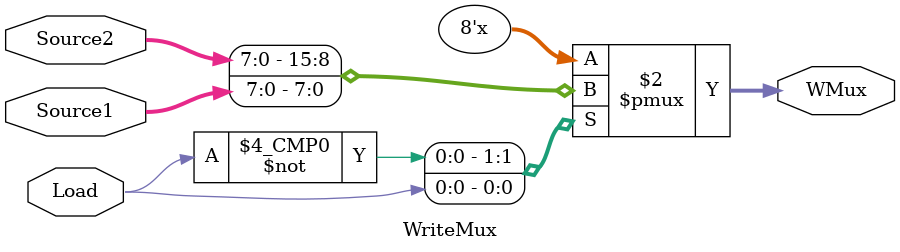
<source format=sv>
/* Filename: WriteMux.sv
 * Authors: Luke Rohrer, Max Zhao, Josh Robertson
 * Date: 5/11/18
 * Description: This file contains the the plumbing module for WriteMux
*/

module WriteMux (
  input [7:0] Source1,
  input [7:0] Source2,
  input Load,
  output logic [7:0] WMux
  );

  // Always do this Combinationally
  always_comb begin
    case(Load)

      // Select Source2 (ReadReg1)
      0 : WMux = Source2;

      // Select Source1 (ReadR0)
      1 : WMux = Source1;

    endcase
  end
endmodule

</source>
